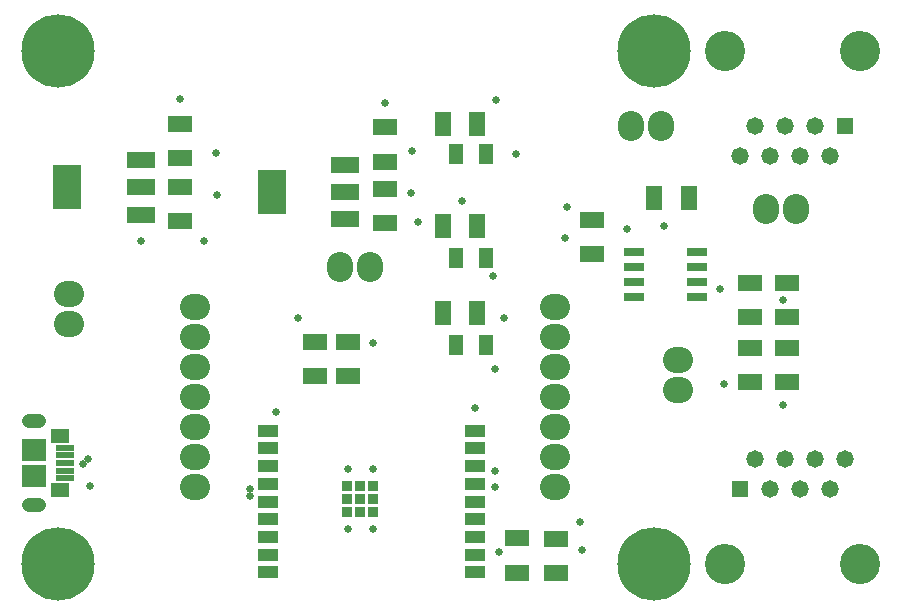
<source format=gts>
G04*
G04 #@! TF.GenerationSoftware,Altium Limited,Altium Designer,24.1.2 (44)*
G04*
G04 Layer_Color=8388736*
%FSLAX44Y44*%
%MOMM*%
G71*
G04*
G04 #@! TF.SameCoordinates,CB13D785-5938-4027-9B75-91E117B44D59*
G04*
G04*
G04 #@! TF.FilePolarity,Negative*
G04*
G01*
G75*
%ADD28R,1.5000X0.5000*%
%ADD29R,1.5500X1.2500*%
%ADD30R,2.1032X1.9532*%
%ADD31R,2.0032X1.3532*%
%ADD32R,2.4032X3.7032*%
%ADD33R,2.4032X1.4032*%
%ADD34R,1.3532X2.0032*%
%ADD35R,1.2032X1.7032*%
%ADD36R,0.9032X0.9032*%
%ADD37R,1.7032X1.1032*%
%ADD38R,1.7532X0.8032*%
%ADD39O,2.0532X1.2532*%
%ADD40C,6.2032*%
%ADD41O,2.5532X2.2032*%
%ADD42R,1.4712X1.4712*%
%ADD43C,1.4712*%
%ADD44C,3.4032*%
%ADD45O,2.2032X2.5532*%
%ADD46C,0.6532*%
D28*
X43010Y135110D02*
D03*
Y128610D02*
D03*
Y122110D02*
D03*
Y115610D02*
D03*
Y109110D02*
D03*
D29*
X38810Y145310D02*
D03*
Y98910D02*
D03*
D30*
X16510Y133360D02*
D03*
Y110860D02*
D03*
D31*
X622300Y245320D02*
D03*
Y274320D02*
D03*
X139700Y326600D02*
D03*
Y355600D02*
D03*
Y408940D02*
D03*
Y379940D02*
D03*
X313690Y406190D02*
D03*
Y377190D02*
D03*
Y325330D02*
D03*
Y354330D02*
D03*
X622300Y190710D02*
D03*
Y219710D02*
D03*
X654050D02*
D03*
Y190710D02*
D03*
Y274320D02*
D03*
Y245320D02*
D03*
X282040Y224580D02*
D03*
Y195580D02*
D03*
X254040D02*
D03*
Y224580D02*
D03*
X425450Y58210D02*
D03*
Y29210D02*
D03*
X458470Y57680D02*
D03*
Y28680D02*
D03*
X488950Y298660D02*
D03*
Y327660D02*
D03*
D32*
X44680Y355460D02*
D03*
X217920Y351790D02*
D03*
D33*
X106680Y332460D02*
D03*
Y378460D02*
D03*
Y355460D02*
D03*
X279920Y374790D02*
D03*
Y351790D02*
D03*
Y328790D02*
D03*
D34*
X391305Y408940D02*
D03*
X362305D02*
D03*
X391690Y322580D02*
D03*
X362690D02*
D03*
X362305Y248920D02*
D03*
X391305D02*
D03*
X541760Y346710D02*
D03*
X570760D02*
D03*
D35*
X399310Y383540D02*
D03*
X373350D02*
D03*
Y222250D02*
D03*
X399310D02*
D03*
X373350Y295910D02*
D03*
X399310D02*
D03*
D36*
X303660Y102420D02*
D03*
X292660D02*
D03*
X281660D02*
D03*
Y80420D02*
D03*
X292660D02*
D03*
X303660D02*
D03*
Y91420D02*
D03*
X281660D02*
D03*
X292660D02*
D03*
D37*
X214760Y29420D02*
D03*
Y44420D02*
D03*
Y59420D02*
D03*
Y74420D02*
D03*
Y89420D02*
D03*
Y104420D02*
D03*
Y119420D02*
D03*
Y134420D02*
D03*
Y149420D02*
D03*
X389760D02*
D03*
Y134420D02*
D03*
Y119420D02*
D03*
Y104420D02*
D03*
Y89420D02*
D03*
Y74420D02*
D03*
Y59420D02*
D03*
Y44420D02*
D03*
Y29420D02*
D03*
D38*
X524180Y275590D02*
D03*
X578180Y262890D02*
D03*
Y275590D02*
D03*
Y288290D02*
D03*
Y300990D02*
D03*
X524180Y262890D02*
D03*
Y288290D02*
D03*
Y300990D02*
D03*
D39*
X16510Y86360D02*
D03*
Y157860D02*
D03*
D40*
X36830Y36830D02*
D03*
X541020Y471170D02*
D03*
Y36830D02*
D03*
X36830Y471170D02*
D03*
D41*
X561340Y184150D02*
D03*
Y209550D02*
D03*
X457200Y254000D02*
D03*
Y228600D02*
D03*
Y203200D02*
D03*
Y177800D02*
D03*
Y152400D02*
D03*
Y127000D02*
D03*
Y101600D02*
D03*
X45720Y265430D02*
D03*
Y240030D02*
D03*
X152400Y254000D02*
D03*
Y228600D02*
D03*
Y203200D02*
D03*
Y177800D02*
D03*
Y152400D02*
D03*
Y127000D02*
D03*
Y101600D02*
D03*
D42*
X702700Y407400D02*
D03*
X613800Y100000D02*
D03*
D43*
X690000Y382000D02*
D03*
X677300Y407400D02*
D03*
X664600Y382000D02*
D03*
X651900Y407400D02*
D03*
X639200Y382000D02*
D03*
X626500Y407400D02*
D03*
X613800Y382000D02*
D03*
X702700Y125400D02*
D03*
X626500D02*
D03*
X639200Y100000D02*
D03*
X651900Y125400D02*
D03*
X664600Y100000D02*
D03*
X677300Y125400D02*
D03*
X690000Y100000D02*
D03*
D44*
X715400Y470900D02*
D03*
X601100D02*
D03*
Y36500D02*
D03*
X715400D02*
D03*
D45*
X275590Y288290D02*
D03*
X300990D02*
D03*
X662000Y337000D02*
D03*
X636600D02*
D03*
X521970Y407670D02*
D03*
X547370D02*
D03*
D46*
X63500Y102870D02*
D03*
X199390Y99805D02*
D03*
Y94035D02*
D03*
X58150Y121650D02*
D03*
X62230Y125730D02*
D03*
X303530Y116840D02*
D03*
X281940D02*
D03*
Y66040D02*
D03*
X406400Y115570D02*
D03*
Y101600D02*
D03*
X220980Y165100D02*
D03*
X596900Y269240D02*
D03*
X650240Y260350D02*
D03*
X549910Y322580D02*
D03*
X424180Y383540D02*
D03*
X303530Y66040D02*
D03*
X518160Y320040D02*
D03*
X389890Y168910D02*
D03*
X406400Y201930D02*
D03*
X303530Y223520D02*
D03*
X410210Y46990D02*
D03*
X478790Y72390D02*
D03*
X467360Y339090D02*
D03*
X405130Y280670D02*
D03*
X341630Y326390D02*
D03*
X313690Y426720D02*
D03*
X106680Y309880D02*
D03*
X160020D02*
D03*
X139700Y430530D02*
D03*
X650240Y171450D02*
D03*
X600710Y189230D02*
D03*
X407670Y429260D02*
D03*
X336550Y386080D02*
D03*
X170180Y384810D02*
D03*
X466090Y312420D02*
D03*
X378460Y344170D02*
D03*
X335280Y350520D02*
D03*
X414020Y245110D02*
D03*
X240030D02*
D03*
X480060Y48260D02*
D03*
X171450Y349250D02*
D03*
M02*

</source>
